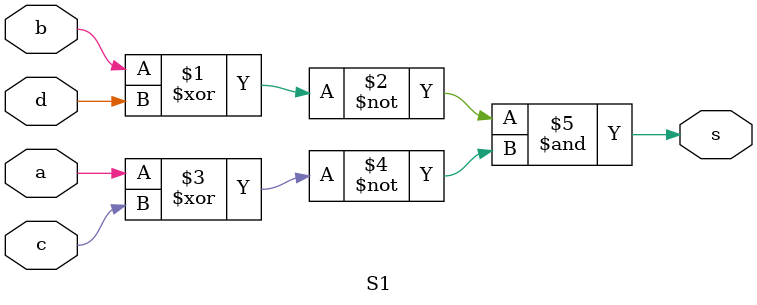
<source format=v>

 
module S1(input a, input b, input c, input d, output s ); 
// ------------------------- definir dados 

assign s = (~(b^d))&(~(a^c));
endmodule // s1
// ------------------------- 
</source>
